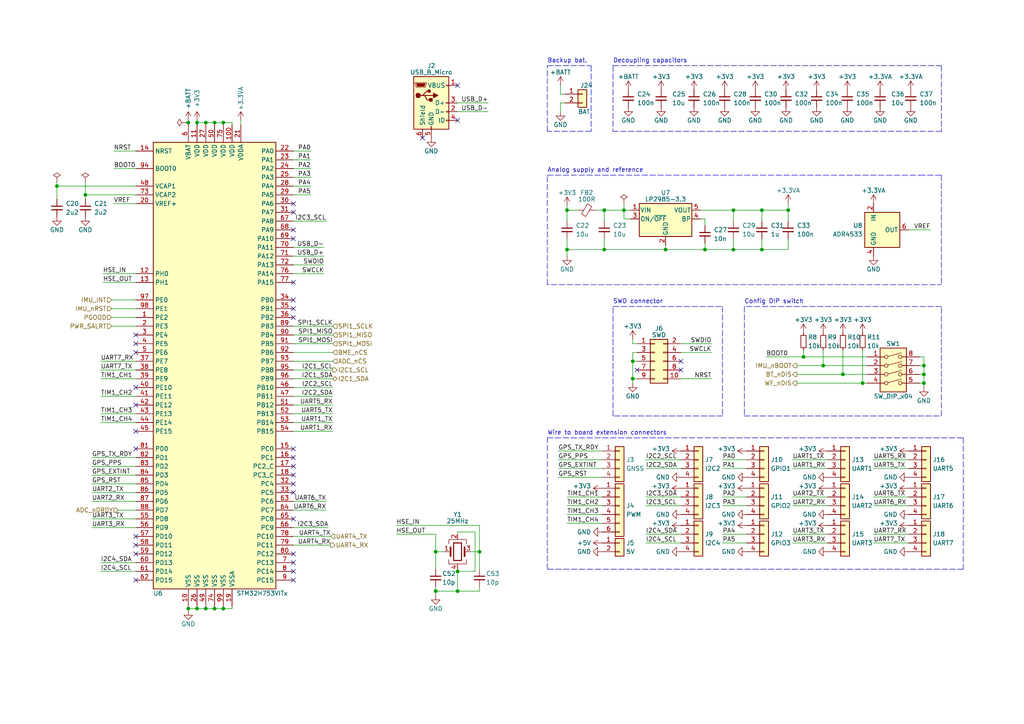
<source format=kicad_sch>
(kicad_sch (version 20211123) (generator eeschema)
  (paper "A4")
  (junction (at 57.15 35.56))
  (junction (at 212.725 60.96))
  (junction (at 267.97 108.585))
  (junction (at 244.475 108.585))
  (junction (at 132.715 165.735))
  (junction (at 267.97 106.045))
  (junction (at 180.975 60.96))
  (junction (at 267.97 111.125))
  (junction (at 238.76 106.045))
  (junction (at 16.51 53.975))
  (junction (at 64.77 176.53))
  (junction (at 175.26 72.39))
  (junction (at 220.98 72.39))
  (junction (at 212.725 72.39))
  (junction (at 62.23 35.56))
  (junction (at 164.465 60.96))
  (junction (at 175.26 60.96))
  (junction (at 183.515 104.775))
  (junction (at 126.365 171.45))
  (junction (at 164.465 72.39))
  (junction (at 233.045 103.505))
  (junction (at 54.61 176.53))
  (junction (at 204.47 72.39))
  (junction (at 220.98 60.96))
  (junction (at 24.765 56.515))
  (junction (at 193.04 72.39))
  (junction (at 57.15 176.53))
  (junction (at 139.065 160.02))
  (junction (at 250.19 111.125))
  (junction (at 64.77 35.56))
  (junction (at 228.6 60.96))
  (junction (at 183.515 109.855))
  (junction (at 54.61 35.56))
  (junction (at 126.365 160.02))
  (junction (at 59.69 176.53))
  (junction (at 59.69 35.56))
  (junction (at 132.715 171.45))
  (junction (at 62.23 176.53))
  (no_connect (at 85.09 130.175))
  (no_connect (at 85.09 92.075))
  (no_connect (at 85.09 59.055))
  (no_connect (at 85.09 61.595))
  (no_connect (at 85.09 66.675))
  (no_connect (at 85.09 69.215))
  (no_connect (at 85.09 81.915))
  (no_connect (at 85.09 142.875))
  (no_connect (at 39.37 158.115))
  (no_connect (at 85.09 135.255))
  (no_connect (at 85.09 132.715))
  (no_connect (at 132.715 24.765))
  (no_connect (at 132.715 34.925))
  (no_connect (at 197.485 104.775))
  (no_connect (at 197.485 107.315))
  (no_connect (at 184.785 107.315))
  (no_connect (at 39.37 160.655))
  (no_connect (at 85.09 163.195))
  (no_connect (at 39.37 155.575))
  (no_connect (at 85.09 140.335))
  (no_connect (at 122.555 40.005))
  (no_connect (at 85.09 150.495))
  (no_connect (at 85.09 160.655))
  (no_connect (at 85.09 168.275))
  (no_connect (at 39.37 99.695))
  (no_connect (at 85.09 89.535))
  (no_connect (at 85.09 86.995))
  (no_connect (at 85.09 137.795))
  (no_connect (at 39.37 97.155))
  (no_connect (at 39.37 102.235))
  (no_connect (at 39.37 168.275))
  (no_connect (at 39.37 112.395))
  (no_connect (at 39.37 130.175))
  (no_connect (at 39.37 125.095))
  (no_connect (at 39.37 117.475))
  (no_connect (at 85.09 165.735))
  (wire (pts (xy 54.61 176.53) (xy 57.15 176.53)))
  (polyline (pts (xy 158.75 38.1) (xy 158.75 19.05)))
  (wire (pts (xy 212.725 60.96) (xy 220.98 60.96)))
  (wire (pts (xy 197.485 102.235) (xy 206.375 102.235)))
  (wire (pts (xy 209.55 135.89) (xy 216.535 135.89)))
  (wire (pts (xy 32.385 92.075) (xy 39.37 92.075)))
  (wire (pts (xy 33.02 59.055) (xy 39.37 59.055)))
  (wire (pts (xy 32.385 94.615) (xy 39.37 94.615)))
  (wire (pts (xy 267.97 106.045) (xy 267.97 108.585)))
  (wire (pts (xy 164.465 60.96) (xy 164.465 64.135)))
  (wire (pts (xy 183.515 102.235) (xy 184.785 102.235)))
  (wire (pts (xy 212.725 72.39) (xy 220.98 72.39)))
  (polyline (pts (xy 171.45 38.1) (xy 158.75 38.1)))
  (polyline (pts (xy 158.75 127) (xy 279.4 127)))
  (wire (pts (xy 132.715 32.385) (xy 141.605 32.385)))
  (wire (pts (xy 164.465 69.215) (xy 164.465 72.39)))
  (wire (pts (xy 139.065 152.4) (xy 139.065 160.02)))
  (wire (pts (xy 182.88 63.5) (xy 180.975 63.5)))
  (polyline (pts (xy 273.05 38.1) (xy 177.8 38.1)))
  (wire (pts (xy 183.515 109.855) (xy 183.515 104.775)))
  (polyline (pts (xy 215.9 120.65) (xy 273.05 120.65)))
  (wire (pts (xy 85.09 145.415) (xy 94.615 145.415)))
  (wire (pts (xy 85.09 94.615) (xy 96.52 94.615)))
  (wire (pts (xy 132.715 165.735) (xy 132.715 171.45)))
  (wire (pts (xy 253.365 144.145) (xy 263.525 144.145)))
  (wire (pts (xy 238.76 101.6) (xy 238.76 106.045)))
  (wire (pts (xy 233.045 101.6) (xy 233.045 103.505)))
  (wire (pts (xy 29.21 104.775) (xy 39.37 104.775)))
  (wire (pts (xy 184.785 109.855) (xy 183.515 109.855)))
  (wire (pts (xy 85.09 102.235) (xy 96.52 102.235)))
  (wire (pts (xy 59.69 35.56) (xy 59.69 36.195)))
  (wire (pts (xy 85.09 120.015) (xy 96.52 120.015)))
  (wire (pts (xy 164.465 151.765) (xy 174.625 151.765)))
  (wire (pts (xy 212.725 69.215) (xy 212.725 72.39)))
  (wire (pts (xy 193.04 72.39) (xy 204.47 72.39)))
  (wire (pts (xy 67.31 176.53) (xy 67.31 175.895)))
  (wire (pts (xy 54.61 34.925) (xy 54.61 35.56)))
  (wire (pts (xy 85.09 74.295) (xy 93.98 74.295)))
  (wire (pts (xy 220.98 72.39) (xy 228.6 72.39)))
  (wire (pts (xy 29.21 114.935) (xy 39.37 114.935)))
  (wire (pts (xy 231.14 108.585) (xy 244.475 108.585)))
  (wire (pts (xy 24.765 52.705) (xy 24.765 56.515)))
  (wire (pts (xy 187.325 154.94) (xy 197.485 154.94)))
  (wire (pts (xy 164.465 146.685) (xy 174.625 146.685)))
  (wire (pts (xy 126.365 160.02) (xy 126.365 165.1)))
  (wire (pts (xy 164.465 72.39) (xy 175.26 72.39)))
  (wire (pts (xy 161.925 133.35) (xy 174.625 133.35)))
  (wire (pts (xy 229.87 144.145) (xy 240.03 144.145)))
  (wire (pts (xy 85.09 53.975) (xy 90.17 53.975)))
  (wire (pts (xy 57.15 35.56) (xy 57.15 36.195)))
  (wire (pts (xy 164.465 60.96) (xy 167.64 60.96)))
  (wire (pts (xy 183.515 109.855) (xy 183.515 111.125)))
  (wire (pts (xy 161.925 130.81) (xy 174.625 130.81)))
  (wire (pts (xy 53.975 35.56) (xy 54.61 35.56)))
  (wire (pts (xy 24.765 56.515) (xy 39.37 56.515)))
  (wire (pts (xy 187.325 157.48) (xy 197.485 157.48)))
  (wire (pts (xy 26.67 140.335) (xy 39.37 140.335)))
  (polyline (pts (xy 158.75 19.05) (xy 171.45 19.05)))
  (wire (pts (xy 16.51 52.705) (xy 16.51 53.975)))
  (wire (pts (xy 231.14 111.125) (xy 250.19 111.125)))
  (polyline (pts (xy 177.8 120.65) (xy 177.8 88.9)))
  (wire (pts (xy 26.67 135.255) (xy 39.37 135.255)))
  (polyline (pts (xy 177.8 19.05) (xy 273.05 19.05)))
  (polyline (pts (xy 215.9 88.9) (xy 215.9 120.65)))
  (wire (pts (xy 162.56 29.845) (xy 163.83 29.845)))
  (wire (pts (xy 187.325 135.89) (xy 197.485 135.89)))
  (polyline (pts (xy 158.75 50.8) (xy 266.7 50.8)))
  (wire (pts (xy 85.09 125.095) (xy 96.52 125.095)))
  (wire (pts (xy 164.465 149.225) (xy 174.625 149.225)))
  (wire (pts (xy 228.6 59.055) (xy 228.6 60.96)))
  (wire (pts (xy 209.55 154.94) (xy 216.535 154.94)))
  (wire (pts (xy 220.98 60.96) (xy 228.6 60.96)))
  (wire (pts (xy 24.765 57.785) (xy 24.765 56.515)))
  (wire (pts (xy 266.7 106.045) (xy 267.97 106.045)))
  (wire (pts (xy 229.87 154.94) (xy 240.03 154.94)))
  (wire (pts (xy 164.465 144.145) (xy 174.625 144.145)))
  (wire (pts (xy 85.09 112.395) (xy 96.52 112.395)))
  (wire (pts (xy 250.19 101.6) (xy 250.19 111.125)))
  (wire (pts (xy 183.515 99.695) (xy 184.785 99.695)))
  (polyline (pts (xy 158.75 82.55) (xy 158.75 50.8)))
  (wire (pts (xy 229.87 157.48) (xy 240.03 157.48)))
  (wire (pts (xy 62.23 35.56) (xy 62.23 36.195)))
  (wire (pts (xy 32.385 86.995) (xy 39.37 86.995)))
  (wire (pts (xy 62.23 176.53) (xy 62.23 175.895)))
  (wire (pts (xy 197.485 99.695) (xy 206.375 99.695)))
  (wire (pts (xy 228.6 64.135) (xy 228.6 60.96)))
  (wire (pts (xy 162.56 24.765) (xy 162.56 27.305)))
  (wire (pts (xy 220.98 72.39) (xy 220.98 69.215)))
  (wire (pts (xy 126.365 160.02) (xy 128.905 160.02)))
  (wire (pts (xy 139.065 165.1) (xy 139.065 160.02)))
  (wire (pts (xy 85.09 46.355) (xy 90.17 46.355)))
  (wire (pts (xy 85.09 48.895) (xy 90.17 48.895)))
  (wire (pts (xy 229.87 146.685) (xy 240.03 146.685)))
  (wire (pts (xy 57.15 176.53) (xy 57.15 175.895)))
  (wire (pts (xy 29.21 165.735) (xy 39.37 165.735)))
  (wire (pts (xy 267.97 108.585) (xy 266.7 108.585)))
  (wire (pts (xy 220.98 64.135) (xy 220.98 60.96)))
  (wire (pts (xy 187.325 144.145) (xy 197.485 144.145)))
  (wire (pts (xy 253.365 135.89) (xy 263.525 135.89)))
  (wire (pts (xy 253.365 154.94) (xy 263.525 154.94)))
  (wire (pts (xy 29.21 163.195) (xy 39.37 163.195)))
  (wire (pts (xy 26.67 153.035) (xy 39.37 153.035)))
  (wire (pts (xy 29.845 79.375) (xy 39.37 79.375)))
  (polyline (pts (xy 273.05 120.65) (xy 273.05 88.9)))
  (wire (pts (xy 26.67 137.795) (xy 39.37 137.795)))
  (wire (pts (xy 85.09 64.135) (xy 94.615 64.135)))
  (wire (pts (xy 229.87 135.89) (xy 240.03 135.89)))
  (polyline (pts (xy 158.75 165.1) (xy 158.75 127)))
  (wire (pts (xy 26.67 142.875) (xy 39.37 142.875)))
  (polyline (pts (xy 273.05 19.05) (xy 273.05 38.1)))
  (wire (pts (xy 263.525 66.675) (xy 269.875 66.675)))
  (wire (pts (xy 85.09 104.775) (xy 96.52 104.775)))
  (wire (pts (xy 132.715 165.735) (xy 132.715 165.1)))
  (wire (pts (xy 183.515 104.775) (xy 184.785 104.775)))
  (wire (pts (xy 161.925 138.43) (xy 174.625 138.43)))
  (wire (pts (xy 132.715 171.45) (xy 139.065 171.45)))
  (wire (pts (xy 69.85 34.925) (xy 69.85 36.195)))
  (wire (pts (xy 193.04 71.12) (xy 193.04 72.39)))
  (wire (pts (xy 267.97 111.125) (xy 266.7 111.125)))
  (wire (pts (xy 180.975 63.5) (xy 180.975 60.96)))
  (wire (pts (xy 85.09 79.375) (xy 93.98 79.375)))
  (wire (pts (xy 183.515 98.425) (xy 183.515 99.695)))
  (wire (pts (xy 187.325 133.35) (xy 197.485 133.35)))
  (wire (pts (xy 26.67 150.495) (xy 39.37 150.495)))
  (wire (pts (xy 59.69 176.53) (xy 59.69 175.895)))
  (wire (pts (xy 266.7 103.505) (xy 267.97 103.505)))
  (wire (pts (xy 209.55 157.48) (xy 216.535 157.48)))
  (wire (pts (xy 16.51 53.975) (xy 39.37 53.975)))
  (wire (pts (xy 132.715 154.305) (xy 132.715 154.94)))
  (wire (pts (xy 222.25 103.505) (xy 233.045 103.505)))
  (wire (pts (xy 64.77 36.195) (xy 64.77 35.56)))
  (wire (pts (xy 67.31 36.195) (xy 67.31 35.56)))
  (wire (pts (xy 253.365 146.685) (xy 263.525 146.685)))
  (wire (pts (xy 34.29 147.955) (xy 39.37 147.955)))
  (wire (pts (xy 85.09 76.835) (xy 93.98 76.835)))
  (polyline (pts (xy 209.55 88.9) (xy 209.55 120.65)))
  (polyline (pts (xy 266.7 50.8) (xy 273.05 50.8)))
  (wire (pts (xy 85.09 107.315) (xy 96.52 107.315)))
  (wire (pts (xy 187.325 146.685) (xy 197.485 146.685)))
  (wire (pts (xy 62.23 176.53) (xy 64.77 176.53)))
  (wire (pts (xy 204.47 70.485) (xy 204.47 72.39)))
  (wire (pts (xy 85.09 153.035) (xy 95.25 153.035)))
  (wire (pts (xy 267.97 112.395) (xy 267.97 111.125)))
  (polyline (pts (xy 209.55 120.65) (xy 177.8 120.65)))
  (polyline (pts (xy 267.335 82.55) (xy 273.05 82.55)))
  (wire (pts (xy 29.845 81.915) (xy 39.37 81.915)))
  (wire (pts (xy 64.77 176.53) (xy 67.31 176.53)))
  (wire (pts (xy 29.21 120.015) (xy 39.37 120.015)))
  (wire (pts (xy 85.09 114.935) (xy 96.52 114.935)))
  (wire (pts (xy 114.935 154.94) (xy 126.365 154.94)))
  (polyline (pts (xy 273.05 50.8) (xy 273.05 82.55)))
  (wire (pts (xy 85.09 43.815) (xy 90.17 43.815)))
  (polyline (pts (xy 177.8 88.9) (xy 209.55 88.9)))
  (polyline (pts (xy 279.4 165.1) (xy 158.75 165.1)))
  (wire (pts (xy 85.09 71.755) (xy 93.98 71.755)))
  (wire (pts (xy 161.925 135.89) (xy 174.625 135.89)))
  (wire (pts (xy 203.2 60.96) (xy 212.725 60.96)))
  (wire (pts (xy 59.69 176.53) (xy 62.23 176.53)))
  (wire (pts (xy 209.55 146.685) (xy 216.535 146.685)))
  (wire (pts (xy 85.09 147.955) (xy 94.615 147.955)))
  (wire (pts (xy 162.56 32.385) (xy 162.56 29.845)))
  (wire (pts (xy 126.365 171.45) (xy 126.365 172.72)))
  (wire (pts (xy 175.26 60.96) (xy 180.975 60.96)))
  (wire (pts (xy 26.67 145.415) (xy 39.37 145.415)))
  (wire (pts (xy 250.19 111.125) (xy 251.46 111.125)))
  (wire (pts (xy 162.56 27.305) (xy 163.83 27.305)))
  (wire (pts (xy 209.55 144.145) (xy 216.535 144.145)))
  (wire (pts (xy 54.61 176.53) (xy 54.61 177.165)))
  (wire (pts (xy 137.795 154.305) (xy 137.795 165.735)))
  (wire (pts (xy 244.475 108.585) (xy 251.46 108.585)))
  (polyline (pts (xy 273.05 88.9) (xy 215.9 88.9)))
  (wire (pts (xy 164.465 72.39) (xy 164.465 74.295)))
  (wire (pts (xy 59.69 35.56) (xy 62.23 35.56)))
  (wire (pts (xy 64.77 176.53) (xy 64.77 175.895)))
  (wire (pts (xy 29.21 122.555) (xy 39.37 122.555)))
  (wire (pts (xy 85.09 109.855) (xy 96.52 109.855)))
  (wire (pts (xy 126.365 171.45) (xy 126.365 170.18)))
  (wire (pts (xy 85.09 56.515) (xy 90.17 56.515)))
  (wire (pts (xy 203.2 63.5) (xy 204.47 63.5)))
  (wire (pts (xy 175.26 69.215) (xy 175.26 72.39)))
  (wire (pts (xy 139.065 160.02) (xy 136.525 160.02)))
  (wire (pts (xy 26.67 132.715) (xy 39.37 132.715)))
  (wire (pts (xy 33.02 48.895) (xy 39.37 48.895)))
  (wire (pts (xy 57.15 34.925) (xy 57.15 35.56)))
  (wire (pts (xy 85.09 99.695) (xy 96.52 99.695)))
  (wire (pts (xy 95.885 155.575) (xy 85.09 155.575)))
  (wire (pts (xy 139.065 171.45) (xy 139.065 170.18)))
  (wire (pts (xy 229.87 133.35) (xy 240.03 133.35)))
  (wire (pts (xy 212.725 60.96) (xy 212.725 64.135)))
  (wire (pts (xy 228.6 72.39) (xy 228.6 69.215)))
  (wire (pts (xy 57.15 176.53) (xy 59.69 176.53)))
  (wire (pts (xy 183.515 104.775) (xy 183.515 102.235)))
  (wire (pts (xy 180.975 60.96) (xy 182.88 60.96)))
  (wire (pts (xy 209.55 133.35) (xy 216.535 133.35)))
  (wire (pts (xy 54.61 35.56) (xy 54.61 36.195)))
  (wire (pts (xy 132.715 171.45) (xy 126.365 171.45)))
  (wire (pts (xy 32.385 89.535) (xy 39.37 89.535)))
  (wire (pts (xy 132.715 154.305) (xy 137.795 154.305)))
  (polyline (pts (xy 177.8 19.05) (xy 177.8 38.1)))
  (polyline (pts (xy 266.7 82.55) (xy 158.75 82.55)))
  (wire (pts (xy 85.09 51.435) (xy 90.17 51.435)))
  (wire (pts (xy 57.15 35.56) (xy 59.69 35.56)))
  (wire (pts (xy 175.26 60.96) (xy 175.26 64.135)))
  (wire (pts (xy 180.975 59.055) (xy 180.975 60.96)))
  (wire (pts (xy 33.02 43.815) (xy 39.37 43.815)))
  (wire (pts (xy 244.475 101.6) (xy 244.475 108.585)))
  (wire (pts (xy 67.31 35.56) (xy 64.77 35.56)))
  (wire (pts (xy 175.26 72.39) (xy 193.04 72.39)))
  (wire (pts (xy 85.09 97.155) (xy 96.52 97.155)))
  (wire (pts (xy 233.045 103.505) (xy 251.46 103.505)))
  (wire (pts (xy 267.97 103.505) (xy 267.97 106.045)))
  (wire (pts (xy 126.365 154.94) (xy 126.365 160.02)))
  (wire (pts (xy 238.76 106.045) (xy 251.46 106.045)))
  (polyline (pts (xy 171.45 19.05) (xy 171.45 38.1)))
  (wire (pts (xy 85.09 122.555) (xy 96.52 122.555)))
  (wire (pts (xy 137.795 165.735) (xy 132.715 165.735)))
  (wire (pts (xy 29.21 107.315) (xy 39.37 107.315)))
  (wire (pts (xy 253.365 133.35) (xy 263.525 133.35)))
  (wire (pts (xy 204.47 72.39) (xy 212.725 72.39)))
  (wire (pts (xy 132.715 29.845) (xy 141.605 29.845)))
  (wire (pts (xy 197.485 109.855) (xy 206.375 109.855)))
  (wire (pts (xy 16.51 57.785) (xy 16.51 53.975)))
  (wire (pts (xy 114.935 152.4) (xy 139.065 152.4)))
  (wire (pts (xy 172.72 60.96) (xy 175.26 60.96)))
  (wire (pts (xy 164.465 59.69) (xy 164.465 60.96)))
  (wire (pts (xy 95.885 158.115) (xy 85.09 158.115)))
  (wire (pts (xy 64.77 35.56) (xy 62.23 35.56)))
  (wire (pts (xy 29.21 109.855) (xy 39.37 109.855)))
  (wire (pts (xy 231.14 106.045) (xy 238.76 106.045)))
  (wire (pts (xy 204.47 63.5) (xy 204.47 65.405)))
  (polyline (pts (xy 279.4 127) (xy 279.4 165.1)))
  (wire (pts (xy 267.97 111.125) (xy 267.97 108.585)))
  (wire (pts (xy 54.61 175.895) (xy 54.61 176.53)))
  (wire (pts (xy 85.09 117.475) (xy 96.52 117.475)))
  (wire (pts (xy 253.365 157.48) (xy 263.525 157.48)))
  (text "Backup bat." (at 158.75 18.415 0) (effects (font (size 1.27 1.27)) (justify left bottom)))
  (text "Wire to board extension connectors" (at 158.75 126.365 0) (effects (font (size 1.27 1.27)) (justify left bottom)))
  (text "Config DIP switch" (at 215.9 88.265 0) (effects (font (size 1.27 1.27)) (justify left bottom)))
  (text "Analog supply and reference" (at 158.75 50.165 0) (effects (font (size 1.27 1.27)) (justify left bottom)))
  (text "SWD connector" (at 177.8 88.265 0) (effects (font (size 1.27 1.27)) (justify left bottom)))
  (text "Decoupling capacitors" (at 177.8 18.415 0) (effects (font (size 1.27 1.27)) (justify left bottom)))
  (label "UART4_RX" (at 95.885 158.115 180))
  (label "TIM1_CH3" (at 164.465 149.225 0))
  (label "UART1_RX" (at 229.87 135.89 0))
  (label "I2C4_SDA" (at 29.21 163.195 0))
  (label "USB_D-" (at 93.98 71.755 180))
  (label "USB_D+" (at 93.98 74.295 180))
  (label "TIM1_CH2" (at 29.21 114.935 0))
  (label "UART1_TX" (at 229.87 133.35 0))
  (label "GPS_PPS" (at 161.925 133.35 0))
  (label "UART2_TX" (at 26.67 142.875 0))
  (label "TIM1_CH3" (at 29.21 120.015 0))
  (label "I2C3_SCL" (at 94.615 64.135 180))
  (label "GPS_PPS" (at 26.67 135.255 0))
  (label "BOOT0" (at 33.02 48.895 0))
  (label "GPS_EXTINT" (at 26.67 137.795 0))
  (label "PA0" (at 209.55 133.35 0))
  (label "UART3_RX" (at 26.67 153.035 0))
  (label "PA1" (at 209.55 135.89 0))
  (label "HSE_OUT" (at 114.935 154.94 0))
  (label "I2C1_SCL" (at 96.52 107.315 180))
  (label "PA4" (at 90.17 53.975 180))
  (label "I2C1_SDA" (at 96.52 109.855 180))
  (label "USB_D+" (at 141.605 29.845 180))
  (label "BOOT0" (at 222.25 103.505 0))
  (label "I2C3_SCL" (at 187.325 146.685 0))
  (label "TIM1_CH4" (at 29.21 122.555 0))
  (label "UART6_RX" (at 94.615 147.955 180))
  (label "UART5_TX" (at 96.52 120.015 180))
  (label "UART3_RX" (at 229.87 157.48 0))
  (label "UART5_RX" (at 253.365 133.35 0))
  (label "GPS_RST" (at 26.67 140.335 0))
  (label "UART7_TX" (at 29.21 107.315 0))
  (label "SPI1_SCLK" (at 96.52 94.615 180))
  (label "UART1_RX" (at 96.52 125.095 180))
  (label "UART2_RX" (at 229.87 146.685 0))
  (label "SWDIO" (at 93.98 76.835 180))
  (label "I2C2_SDA" (at 96.52 114.935 180))
  (label "I2C2_SCL" (at 96.52 112.395 180))
  (label "UART6_TX" (at 94.615 145.415 180))
  (label "UART5_TX" (at 253.365 135.89 0))
  (label "PA1" (at 90.17 46.355 180))
  (label "UART6_TX" (at 253.365 144.145 0))
  (label "I2C2_SCL" (at 187.325 133.35 0))
  (label "UART2_RX" (at 26.67 145.415 0))
  (label "TIM1_CH2" (at 164.465 146.685 0))
  (label "I2C4_SCL" (at 187.325 157.48 0))
  (label "PA2" (at 209.55 144.145 0))
  (label "USB_D-" (at 141.605 32.385 180))
  (label "HSE_IN" (at 114.935 152.4 0))
  (label "I2C2_SDA" (at 187.325 135.89 0))
  (label "GPS_EXTINT" (at 161.925 135.89 0))
  (label "GPS_TX_RDY" (at 161.925 130.81 0))
  (label "SWDIO" (at 206.375 99.695 180))
  (label "HSE_IN" (at 29.845 79.375 0))
  (label "UART7_RX" (at 253.365 154.94 0))
  (label "UART6_RX" (at 253.365 146.685 0))
  (label "SPI1_MISO" (at 96.52 97.155 180))
  (label "SPI1_MOSI" (at 96.52 99.695 180))
  (label "I2C4_SDA" (at 187.325 154.94 0))
  (label "UART3_TX" (at 229.87 154.94 0))
  (label "TIM1_CH4" (at 164.465 151.765 0))
  (label "SWCLK" (at 206.375 102.235 180))
  (label "UART7_RX" (at 29.21 104.775 0))
  (label "TIM1_CH1" (at 164.465 144.145 0))
  (label "PA0" (at 90.17 43.815 180))
  (label "PA5" (at 209.55 157.48 0))
  (label "UART2_TX" (at 229.87 144.145 0))
  (label "PA5" (at 90.17 56.515 180))
  (label "GPS_TX_RDY" (at 26.67 132.715 0))
  (label "UART4_TX" (at 95.885 155.575 180))
  (label "VREF" (at 33.02 59.055 0))
  (label "UART1_TX" (at 96.52 122.555 180))
  (label "GPS_RST" (at 161.925 138.43 0))
  (label "PA3" (at 209.55 146.685 0))
  (label "UART3_TX" (at 26.67 150.495 0))
  (label "NRST" (at 206.375 109.855 180))
  (label "I2C3_SDA" (at 187.325 144.145 0))
  (label "PA2" (at 90.17 48.895 180))
  (label "I2C4_SCL" (at 29.21 165.735 0))
  (label "PA3" (at 90.17 51.435 180))
  (label "I2C3_SDA" (at 95.25 153.035 180))
  (label "TIM1_CH1" (at 29.21 109.855 0))
  (label "UART5_RX" (at 96.52 117.475 180))
  (label "HSE_OUT" (at 29.845 81.915 0))
  (label "UART7_TX" (at 253.365 157.48 0))
  (label "NRST" (at 33.02 43.815 0))
  (label "VREF" (at 269.875 66.675 180))
  (label "PA4" (at 209.55 154.94 0))
  (label "SWCLK" (at 93.98 79.375 180))
  (hierarchical_label "IMU_INT" (shape input) (at 32.385 86.995 180))
  (hierarchical_label "PGOOD" (shape input) (at 32.385 92.075 180))
  (hierarchical_label "WF_nDIS" (shape output) (at 231.14 111.125 180))
  (hierarchical_label "ADC_nCS" (shape input) (at 96.52 104.775 0))
  (hierarchical_label "SPI1_MISO" (shape input) (at 96.52 97.155 0))
  (hierarchical_label "BT_nDIS" (shape output) (at 231.14 108.585 180))
  (hierarchical_label "IMU_nBOOT" (shape output) (at 231.14 106.045 180))
  (hierarchical_label "UART4_TX" (shape input) (at 95.885 155.575 0))
  (hierarchical_label "UART4_RX" (shape output) (at 95.885 158.115 0))
  (hierarchical_label "ADC_nDRDY" (shape input) (at 34.29 147.955 180))
  (hierarchical_label "SPI1_MOSI" (shape input) (at 96.52 99.695 0))
  (hierarchical_label "PWR_SALRT" (shape input) (at 32.385 94.615 180))
  (hierarchical_label "SPI1_SCLK" (shape input) (at 96.52 94.615 0))
  (hierarchical_label "I2C1_SDA" (shape bidirectional) (at 96.52 109.855 0))
  (hierarchical_label "I2C1_SCL" (shape output) (at 96.52 107.315 0))
  (hierarchical_label "BME_nCS" (shape input) (at 96.52 102.235 0))
  (hierarchical_label "IMU_nRST" (shape input) (at 32.385 89.535 180))
  (symbol (lib_id "power:+3.3VA") (at 228.6 59.055 0) (unit 1)
    (property "Reference" "#PWR0153" (effects hide))
    (property "Value" "+3.3VA" (at 228.6 55.245 0))
  )
  (symbol (lib_id "Connector_Generic:Conn_01x04") (at 245.11 133.35 0) (unit 1)
    (property "Reference" "J13" (at 247.015 133.35 0) (effects (justify left)))
    (property "Value" "UART1" (at 247.015 135.89 0) (effects (justify left)))
    (property "Footprint" "Connector_Molex:Molex_PicoBlade_53048-0410_1x04_P1.25mm_Horizontal" (effects hide))
  )
  (symbol (lib_id "power:PWR_FLAG") (at 180.975 59.055 0) (unit 1)
    (property "Reference" "#FLG0104" (effects hide))
    (property "Value" "PWR_FLAG" (effects hide))
  )
  (symbol (lib_id "Connector_Generic:Conn_01x04") (at 221.615 133.35 0) (unit 1)
    (property "Reference" "J10" (at 223.52 133.35 0) (effects (justify left)))
    (property "Value" "GPIO1" (at 223.52 135.89 0) (effects (justify left)))
    (property "Footprint" "Connector_Molex:Molex_PicoBlade_53048-0410_1x04_P1.25mm_Horizontal" (effects hide))
  )
  (symbol (lib_id "power:GND") (at 216.535 149.225 270) (unit 1)
    (property "Reference" "#PWR017" (effects hide))
    (property "Value" "GND" (at 213.36 149.225 90) (effects (justify right)))
  )
  (symbol (lib_id "Device:C_Small") (at 210.185 28.575 0) (unit 1)
    (property "Reference" "C28" (at 212.725 27.3112 0) (effects (justify left)))
    (property "Value" "100n" (at 212.725 29.8512 0) (effects (justify left)))
    (property "Footprint" "Capacitor_SMD:C_0603_1608Metric_Pad1.08x0.95mm_HandSolder" (effects hide))
  )
  (symbol (lib_id "Connector_Generic:Conn_01x04") (at 268.605 154.94 0) (unit 1)
    (property "Reference" "J18" (at 270.51 154.94 0) (effects (justify left)))
    (property "Value" "UART7" (at 270.51 157.48 0) (effects (justify left)))
    (property "Footprint" "Connector_Molex:Molex_PicoBlade_53048-0410_1x04_P1.25mm_Horizontal" (effects hide))
  )
  (symbol (lib_id "Device:C_Small") (at 182.245 28.575 0) (unit 1)
    (property "Reference" "C24" (at 184.785 27.3112 0) (effects (justify left)))
    (property "Value" "100n" (at 184.785 29.8512 0) (effects (justify left)))
    (property "Footprint" "Capacitor_SMD:C_0603_1608Metric_Pad1.08x0.95mm_HandSolder" (effects hide))
  )
  (symbol (lib_id "Device:Crystal_GND24") (at 132.715 160.02 0) (unit 1)
    (property "Reference" "Y1" (at 132.715 149.225 0))
    (property "Value" "25MHz" (at 132.715 151.13 0))
    (property "Footprint" "Crystal:Crystal_SMD_3225-4Pin_3.2x2.5mm_HandSoldering" (effects hide))
  )
  (symbol (lib_id "power:+5V") (at 174.625 157.48 90) (unit 1)
    (property "Reference" "#PWR04" (effects hide))
    (property "Value" "+5V" (at 171.45 157.4799 90) (effects (justify left)))
  )
  (symbol (lib_id "Regulator_Linear:LP2985-3.3") (at 193.04 63.5 0) (unit 1)
    (property "Reference" "U7" (at 193.04 55.88 0))
    (property "Value" "LP2985-3.3" (at 193.04 57.785 0))
    (property "Footprint" "Package_TO_SOT_SMD:SOT-23-5" (effects hide))
    (property "Datasheet" "http://www.ti.com/lit/ds/symlink/lp2985.pdf" (effects hide))
  )
  (symbol (lib_id "power:+3.3VA") (at 253.365 59.055 0) (unit 1)
    (property "Reference" "#PWR0152" (effects hide))
    (property "Value" "+3.3VA" (at 253.365 55.245 0))
  )
  (symbol (lib_id "power:+BATT") (at 54.61 34.925 0) (unit 1)
    (property "Reference" "#PWR0121" (effects hide))
    (property "Value" "+BATT" (at 54.61 28.575 90))
  )
  (symbol (lib_id "power:GND") (at 182.245 31.115 0) (unit 1)
    (property "Reference" "#PWR0138" (effects hide))
    (property "Value" "GND" (at 182.245 34.925 0))
  )
  (symbol (lib_id "Connector_Generic:Conn_01x04") (at 268.605 133.35 0) (unit 1)
    (property "Reference" "J16" (at 270.51 133.35 0) (effects (justify left)))
    (property "Value" "UART5" (at 270.51 135.89 0) (effects (justify left)))
    (property "Footprint" "Connector_Molex:Molex_PicoBlade_53048-0410_1x04_P1.25mm_Horizontal" (effects hide))
  )
  (symbol (lib_id "power:+3.3V") (at 263.525 130.81 90) (unit 1)
    (property "Reference" "#PWR030" (effects hide))
    (property "Value" "+3.3V" (at 260.35 130.175 90) (effects (justify left)))
  )
  (symbol (lib_id "Connector_Generic:Conn_01x02") (at 179.705 157.48 0) (unit 1)
    (property "Reference" "J5" (at 181.61 157.48 0) (effects (justify left)))
    (property "Value" "5V" (at 181.61 160.02 0) (effects (justify left)))
    (property "Footprint" "Connector_Molex:Molex_PicoBlade_53048-0210_1x02_P1.25mm_Horizontal" (effects hide))
  )
  (symbol (lib_id "power:GND") (at 191.77 31.115 0) (unit 1)
    (property "Reference" "#PWR0137" (effects hide))
    (property "Value" "GND" (at 191.77 34.925 0))
  )
  (symbol (lib_id "power:+3.3V") (at 210.185 26.035 0) (unit 1)
    (property "Reference" "#PWR0129" (effects hide))
    (property "Value" "+3.3V" (at 210.185 22.225 0))
  )
  (symbol (lib_id "power:+3.3V") (at 216.535 152.4 90) (unit 1)
    (property "Reference" "#PWR018" (effects hide))
    (property "Value" "+3.3V" (at 213.36 151.765 90) (effects (justify left)))
  )
  (symbol (lib_id "Device:R_Small") (at 238.76 99.06 0) (unit 1)
    (property "Reference" "R9" (at 240.03 97.79 0) (effects (justify left)))
    (property "Value" "10k" (at 240.03 100.33 0) (effects (justify left)))
    (property "Footprint" "Resistor_SMD:R_0603_1608Metric_Pad0.98x0.95mm_HandSolder" (effects hide))
  )
  (symbol (lib_id "power:+3.3V") (at 191.77 26.035 0) (unit 1)
    (property "Reference" "#PWR0131" (effects hide))
    (property "Value" "+3.3V" (at 191.77 22.225 0))
  )
  (symbol (lib_id "power:+3.3V") (at 263.525 141.605 90) (unit 1)
    (property "Reference" "#PWR032" (effects hide))
    (property "Value" "+3.3V" (at 260.35 140.97 90) (effects (justify left)))
  )
  (symbol (lib_id "power:+3.3V") (at 183.515 98.425 0) (unit 1)
    (property "Reference" "#PWR06" (effects hide))
    (property "Value" "+3.3V" (at 183.515 94.615 0))
  )
  (symbol (lib_id "Switch:SW_DIP_x04") (at 259.08 108.585 0) (unit 1)
    (property "Reference" "SW1" (at 259.08 99.695 0))
    (property "Value" "SW_DIP_x04" (at 259.08 114.935 0))
    (property "Footprint" "Button_Switch_SMD:SW_DIP_SPSTx04_Slide_Omron_A6H-4101_W6.15mm_P1.27mm" (effects hide))
  )
  (symbol (lib_id "power:+3.3VA") (at 69.85 34.925 0) (unit 1)
    (property "Reference" "#PWR0125" (effects hide))
    (property "Value" "+3.3VA" (at 69.85 28.575 90))
  )
  (symbol (lib_id "power:GND") (at 210.185 31.115 0) (unit 1)
    (property "Reference" "#PWR0134" (effects hide))
    (property "Value" "GND" (at 210.185 34.925 0))
  )
  (symbol (lib_id "power:+3.3V") (at 219.075 26.035 0) (unit 1)
    (property "Reference" "#PWR0128" (effects hide))
    (property "Value" "+3.3V" (at 219.075 22.225 0))
  )
  (symbol (lib_id "power:+3.3VA") (at 255.27 26.035 0) (unit 1)
    (property "Reference" "#PWR0145" (effects hide))
    (property "Value" "+3.3VA" (at 255.27 22.225 0))
  )
  (symbol (lib_id "Device:FerriteBead_Small") (at 170.18 60.96 90) (unit 1)
    (property "Reference" "FB2" (at 170.18 55.88 90))
    (property "Value" "100R" (at 170.18 57.785 90))
    (property "Footprint" "Inductor_SMD:L_0603_1608Metric_Pad1.05x0.95mm_HandSolder" (effects hide))
  )
  (symbol (lib_id "power:GND") (at 197.485 160.02 270) (unit 1)
    (property "Reference" "#PWR013" (effects hide))
    (property "Value" "GND" (at 194.31 160.02 90) (effects (justify right)))
  )
  (symbol (lib_id "power:GND") (at 219.075 31.115 0) (unit 1)
    (property "Reference" "#PWR0135" (effects hide))
    (property "Value" "GND" (at 219.075 34.925 0))
  )
  (symbol (lib_id "power:GND") (at 263.525 160.02 270) (unit 1)
    (property "Reference" "#PWR035" (effects hide))
    (property "Value" "GND" (at 260.35 160.02 90) (effects (justify right)))
  )
  (symbol (lib_id "power:GND") (at 54.61 177.165 0) (unit 1)
    (property "Reference" "#PWR0126" (effects hide))
    (property "Value" "GND" (at 54.61 180.975 0))
  )
  (symbol (lib_id "power:GND") (at 245.745 31.115 0) (unit 1)
    (property "Reference" "#PWR0150" (effects hide))
    (property "Value" "GND" (at 245.745 34.925 0))
  )
  (symbol (lib_id "power:GND") (at 197.485 149.225 270) (unit 1)
    (property "Reference" "#PWR011" (effects hide))
    (property "Value" "GND" (at 194.31 149.225 90) (effects (justify right)))
  )
  (symbol (lib_id "power:GND") (at 201.295 31.115 0) (unit 1)
    (property "Reference" "#PWR0133" (effects hide))
    (property "Value" "GND" (at 201.295 34.925 0))
  )
  (symbol (lib_id "Device:R_Small") (at 244.475 99.06 0) (unit 1)
    (property "Reference" "R10" (at 245.745 97.79 0) (effects (justify left)))
    (property "Value" "10k" (at 245.745 100.33 0) (effects (justify left)))
    (property "Footprint" "Resistor_SMD:R_0603_1608Metric_Pad0.98x0.95mm_HandSolder" (effects hide))
  )
  (symbol (lib_id "power:GND") (at 183.515 111.125 0) (unit 1)
    (property "Reference" "#PWR07" (effects hide))
    (property "Value" "GND" (at 183.515 114.935 0))
  )
  (symbol (lib_id "power:GND") (at 267.97 112.395 0) (unit 1)
    (property "Reference" "#PWR036" (effects hide))
    (property "Value" "GND" (at 267.97 116.205 0))
  )
  (symbol (lib_id "Connector:USB_B_Micro") (at 125.095 29.845 0) (unit 1)
    (property "Reference" "J2" (at 125.095 19.05 0))
    (property "Value" "USB_B_Micro" (at 125.095 20.955 0))
    (property "Footprint" "Connector_USB:USB_Micro-B_Molex-105017-0001" (effects hide))
  )
  (symbol (lib_id "power:+3.3V") (at 238.76 96.52 0) (unit 1)
    (property "Reference" "#PWR021" (effects hide))
    (property "Value" "+3.3V" (at 238.76 92.71 0))
  )
  (symbol (lib_id "Reference_Voltage:ADR4533") (at 255.905 66.675 0) (unit 1)
    (property "Reference" "U8" (at 250.19 65.405 0) (effects (justify right)))
    (property "Value" "ADR4533" (at 250.19 67.945 0) (effects (justify right)))
    (property "Footprint" "Package_SO:SOIC-8_3.9x4.9mm_P1.27mm" (effects hide))
    (property "Datasheet" "https://www.analog.com/media/en/technical-documentation/data-sheets/ADR4520_4525_4530_4533_4540_4550.pdf" (effects hide))
  )
  (symbol (lib_id "power:+3.3V") (at 197.485 152.4 90) (unit 1)
    (property "Reference" "#PWR012" (effects hide))
    (property "Value" "+3.3V" (at 194.31 151.765 90) (effects (justify left)))
  )
  (symbol (lib_id "power:GND") (at 174.625 160.02 270) (unit 1)
    (property "Reference" "#PWR05" (effects hide))
    (property "Value" "GND" (at 171.45 160.02 90) (effects (justify right)))
  )
  (symbol (lib_id "power:+3.3VA") (at 264.16 26.035 0) (unit 1)
    (property "Reference" "#PWR0148" (effects hide))
    (property "Value" "+3.3VA" (at 264.16 22.225 0))
  )
  (symbol (lib_id "Device:C_Small") (at 212.725 66.675 0) (unit 1)
    (property "Reference" "C29" (at 215.265 65.4112 0) (effects (justify left)))
    (property "Value" "10u" (at 215.265 67.9512 0) (effects (justify left)))
    (property "Footprint" "Capacitor_SMD:C_0603_1608Metric_Pad1.08x0.95mm_HandSolder" (effects hide))
  )
  (symbol (lib_id "power:PWR_FLAG") (at 24.765 52.705 0) (unit 1)
    (property "Reference" "#FLG02" (effects hide))
    (property "Value" "PWR_FLAG" (effects hide))
  )
  (symbol (lib_id "Connector_Generic:Conn_01x04") (at 202.565 154.94 0) (unit 1)
    (property "Reference" "J9" (at 204.47 154.94 0) (effects (justify left)))
    (property "Value" "I2C4" (at 204.47 157.48 0) (effects (justify left)))
    (property "Footprint" "Connector_Molex:Molex_PicoBlade_53048-0410_1x04_P1.25mm_Horizontal" (effects hide))
  )
  (symbol (lib_id "power:GND") (at 125.095 40.005 0) (unit 1)
    (property "Reference" "#PWR01" (effects hide))
    (property "Value" "GND" (at 125.095 43.815 0))
  )
  (symbol (lib_id "power:GND") (at 227.965 31.115 0) (unit 1)
    (property "Reference" "#PWR0142" (effects hide))
    (property "Value" "GND" (at 227.965 34.925 0))
  )
  (symbol (lib_id "Device:C_Small") (at 139.065 167.64 0) (unit 1)
    (property "Reference" "C53" (at 140.97 166.37 0) (effects (justify left)))
    (property "Value" "10p" (at 140.97 168.91 0) (effects (justify left)))
    (property "Footprint" "Capacitor_SMD:C_0603_1608Metric_Pad1.08x0.95mm_HandSolder" (effects hide))
  )
  (symbol (lib_id "power:GND") (at 216.535 138.43 270) (unit 1)
    (property "Reference" "#PWR015" (effects hide))
    (property "Value" "GND" (at 213.36 138.43 90) (effects (justify right)))
  )
  (symbol (lib_id "power:+3.3V") (at 174.625 141.605 90) (unit 1)
    (property "Reference" "#PWR02" (effects hide))
    (property "Value" "+3.3V" (at 171.45 140.97 90) (effects (justify left)))
  )
  (symbol (lib_id "power:+BATT") (at 182.245 26.035 0) (unit 1)
    (property "Reference" "#PWR0130" (effects hide))
    (property "Value" "+BATT" (at 182.245 22.225 0))
  )
  (symbol (lib_id "Connector_Generic:Conn_01x04") (at 221.615 144.145 0) (unit 1)
    (property "Reference" "J11" (at 223.52 144.145 0) (effects (justify left)))
    (property "Value" "GPIO2" (at 223.52 146.685 0) (effects (justify left)))
    (property "Footprint" "Connector_Molex:Molex_PicoBlade_53048-0410_1x04_P1.25mm_Horizontal" (effects hide))
  )
  (symbol (lib_id "Device:C_Small") (at 191.77 28.575 0) (unit 1)
    (property "Reference" "C25" (at 194.945 27.3112 0) (effects (justify left)))
    (property "Value" "10u" (at 194.945 29.8512 0) (effects (justify left)))
    (property "Footprint" "Capacitor_SMD:C_0603_1608Metric_Pad1.08x0.95mm_HandSolder" (effects hide))
  )
  (symbol (lib_id "power:GND") (at 253.365 74.295 0) (unit 1)
    (property "Reference" "#PWR0151" (effects hide))
    (property "Value" "GND" (at 253.365 78.105 0))
  )
  (symbol (lib_id "power:+3.3V") (at 201.295 26.035 0) (unit 1)
    (property "Reference" "#PWR0132" (effects hide))
    (property "Value" "+3.3V" (at 201.295 22.225 0))
  )
  (symbol (lib_id "power:+BATT") (at 162.56 24.765 0) (unit 1)
    (property "Reference" "#PWR0140" (effects hide))
    (property "Value" "+BATT" (at 162.56 20.955 0))
  )
  (symbol (lib_id "power:+3.3V") (at 57.15 34.925 0) (unit 1)
    (property "Reference" "#PWR0122" (effects hide))
    (property "Value" "+3.3V" (at 57.15 28.575 90))
  )
  (symbol (lib_id "power:GND") (at 16.51 62.865 0) (unit 1)
    (property "Reference" "#PWR0123" (effects hide))
    (property "Value" "GND" (at 16.51 66.675 0))
  )
  (symbol (lib_id "power:+3.3V") (at 197.485 130.81 90) (unit 1)
    (property "Reference" "#PWR08" (effects hide))
    (property "Value" "+3.3V" (at 194.31 130.175 90) (effects (justify left)))
  )
  (symbol (lib_id "power:GND") (at 174.625 154.305 270) (unit 1)
    (property "Reference" "#PWR03" (effects hide))
    (property "Value" "GND" (at 171.45 154.305 90) (effects (justify right)))
  )
  (symbol (lib_id "Device:C_Small") (at 227.965 28.575 0) (unit 1)
    (property "Reference" "C32" (at 230.505 27.3112 0) (effects (justify left)))
    (property "Value" "100n" (at 230.505 29.8512 0) (effects (justify left)))
    (property "Footprint" "Capacitor_SMD:C_0603_1608Metric_Pad1.08x0.95mm_HandSolder" (effects hide))
  )
  (symbol (lib_id "Device:C_Small") (at 236.855 28.575 0) (unit 1)
    (property "Reference" "C34" (at 239.395 27.3112 0) (effects (justify left)))
    (property "Value" "100n" (at 239.395 29.8512 0) (effects (justify left)))
    (property "Footprint" "Capacitor_SMD:C_0603_1608Metric_Pad1.08x0.95mm_HandSolder" (effects hide))
  )
  (symbol (lib_id "Connector_Generic:Conn_02x05_Odd_Even") (at 189.865 104.775 0) (unit 1)
    (property "Reference" "J6" (at 191.135 95.25 0))
    (property "Value" "SWD" (at 191.135 97.155 0))
    (property "Footprint" "Connector_PinHeader_1.27mm:PinHeader_2x05_P1.27mm_Vertical_SMD" (effects hide))
  )
  (symbol (lib_id "power:+3.3V") (at 263.525 152.4 90) (unit 1)
    (property "Reference" "#PWR034" (effects hide))
    (property "Value" "+3.3V" (at 260.35 151.765 90) (effects (justify left)))
  )
  (symbol (lib_id "Connector_Generic:Conn_01x02") (at 168.91 27.305 0) (unit 1)
    (property "Reference" "J24" (at 168.275 24.765 0) (effects (justify left)))
    (property "Value" "BAT" (at 167.64 32.385 0) (effects (justify left)))
    (property "Footprint" "Connector_Molex:Molex_PicoBlade_53048-0210_1x02_P1.25mm_Horizontal" (effects hide))
  )
  (symbol (lib_id "power:GND") (at 216.535 160.02 270) (unit 1)
    (property "Reference" "#PWR019" (effects hide))
    (property "Value" "GND" (at 213.36 160.02 90) (effects (justify right)))
  )
  (symbol (lib_id "Connector_Generic:Conn_01x04") (at 179.705 133.35 0) (unit 1)
    (property "Reference" "J3" (at 181.61 133.35 0) (effects (justify left)))
    (property "Value" "GNSS" (at 181.61 135.89 0) (effects (justify left)))
    (property "Footprint" "Connector_Molex:Molex_PicoBlade_53048-0410_1x04_P1.25mm_Horizontal" (effects hide))
  )
  (symbol (lib_id "power:GND") (at 240.03 160.02 270) (unit 1)
    (property "Reference" "#PWR027" (effects hide))
    (property "Value" "GND" (at 236.855 160.02 90) (effects (justify right)))
  )
  (symbol (lib_id "Device:C_Small") (at 204.47 67.945 0) (unit 1)
    (property "Reference" "C27" (at 207.01 66.6812 0) (effects (justify left)))
    (property "Value" "10n" (at 207.01 69.2212 0) (effects (justify left)))
    (property "Footprint" "Capacitor_SMD:C_0603_1608Metric_Pad1.08x0.95mm_HandSolder" (effects hide))
  )
  (symbol (lib_id "power:+3.3V") (at 245.745 26.035 0) (unit 1)
    (property "Reference" "#PWR0143" (effects hide))
    (property "Value" "+3.3V" (at 245.745 22.225 0))
  )
  (symbol (lib_id "Device:R_Small") (at 250.19 99.06 0) (unit 1)
    (property "Reference" "R11" (at 251.46 97.79 0) (effects (justify left)))
    (property "Value" "10k" (at 251.46 100.33 0) (effects (justify left)))
    (property "Footprint" "Resistor_SMD:R_0603_1608Metric_Pad0.98x0.95mm_HandSolder" (effects hide))
  )
  (symbol (lib_id "Connector_Generic:Conn_01x04") (at 221.615 154.94 0) (unit 1)
    (property "Reference" "J12" (at 223.52 154.94 0) (effects (justify left)))
    (property "Value" "GPIO3" (at 223.52 157.48 0) (effects (justify left)))
    (property "Footprint" "Connector_Molex:Molex_PicoBlade_53048-0410_1x04_P1.25mm_Horizontal" (effects hide))
  )
  (symbol (lib_id "power:+3.3V") (at 240.03 130.81 90) (unit 1)
    (property "Reference" "#PWR022" (effects hide))
    (property "Value" "+3.3V" (at 236.855 130.175 90) (effects (justify left)))
  )
  (symbol (lib_id "power:GND") (at 24.765 62.865 0) (unit 1)
    (property "Reference" "#PWR0124" (effects hide))
    (property "Value" "GND" (at 24.765 66.675 0))
  )
  (symbol (lib_id "power:GND") (at 236.855 31.115 0) (unit 1)
    (property "Reference" "#PWR0146" (effects hide))
    (property "Value" "GND" (at 236.855 34.925 0))
  )
  (symbol (lib_id "power:+3.3V") (at 233.045 96.52 0) (unit 1)
    (property "Reference" "#PWR020" (effects hide))
    (property "Value" "+3.3V" (at 233.045 92.71 0))
  )
  (symbol (lib_id "Device:C_Small") (at 245.745 28.575 0) (unit 1)
    (property "Reference" "C35" (at 248.285 27.3112 0) (effects (justify left)))
    (property "Value" "100n" (at 248.285 29.8512 0) (effects (justify left)))
    (property "Footprint" "Capacitor_SMD:C_0603_1608Metric_Pad1.08x0.95mm_HandSolder" (effects hide))
  )
  (symbol (lib_id "power:GND") (at 264.16 31.115 0) (unit 1)
    (property "Reference" "#PWR0147" (effects hide))
    (property "Value" "GND" (at 264.16 34.925 0))
  )
  (symbol (lib_id "power:GND") (at 263.525 138.43 270) (unit 1)
    (property "Reference" "#PWR031" (effects hide))
    (property "Value" "GND" (at 260.35 138.43 90) (effects (justify right)))
  )
  (symbol (lib_id "Device:R_Small") (at 233.045 99.06 0) (unit 1)
    (property "Reference" "R8" (at 234.315 97.79 0) (effects (justify left)))
    (property "Value" "10k" (at 234.315 100.33 0) (effects (justify left)))
    (property "Footprint" "Resistor_SMD:R_0603_1608Metric_Pad0.98x0.95mm_HandSolder" (effects hide))
  )
  (symbol (lib_id "Device:C_Small") (at 126.365 167.64 0) (unit 1)
    (property "Reference" "C52" (at 128.27 166.37 0) (effects (justify left)))
    (property "Value" "10p" (at 128.27 168.91 0) (effects (justify left)))
    (property "Footprint" "Capacitor_SMD:C_0603_1608Metric_Pad1.08x0.95mm_HandSolder" (effects hide))
  )
  (symbol (lib_id "power:GND") (at 240.03 149.225 270) (unit 1)
    (property "Reference" "#PWR025" (effects hide))
    (property "Value" "GND" (at 236.855 149.225 90) (effects (justify right)))
  )
  (symbol (lib_id "Connector_Generic:Conn_01x04") (at 202.565 144.145 0) (unit 1)
    (property "Reference" "J8" (at 204.47 144.145 0) (effects (justify left)))
    (property "Value" "I2C3" (at 204.47 146.685 0) (effects (justify left)))
    (property "Footprint" "Connector_Molex:Molex_PicoBlade_53048-0410_1x04_P1.25mm_Horizontal" (effects hide))
  )
  (symbol (lib_id "power:PWR_FLAG") (at 16.51 52.705 0) (unit 1)
    (property "Reference" "#FLG01" (effects hide))
    (property "Value" "PWR_FLAG" (effects hide))
  )
  (symbol (lib_id "Device:C_Small") (at 228.6 66.675 0) (unit 1)
    (property "Reference" "C33" (at 231.14 65.4112 0) (effects (justify left)))
    (property "Value" "100n" (at 231.14 67.9512 0) (effects (justify left)))
    (property "Footprint" "Capacitor_SMD:C_0603_1608Metric_Pad1.08x0.95mm_HandSolder" (effects hide))
  )
  (symbol (lib_id "Connector_Generic:Conn_01x06") (at 179.705 146.685 0) (unit 1)
    (property "Reference" "J4" (at 181.61 146.685 0) (effects (justify left)))
    (property "Value" "PWM" (at 181.61 149.225 0) (effects (justify left)))
    (property "Footprint" "Connector_Molex:Molex_PicoBlade_53048-0610_1x06_P1.25mm_Horizontal" (effects hide))
  )
  (symbol (lib_id "Device:C_Small") (at 164.465 66.675 0) (unit 1)
    (property "Reference" "C22" (at 167.005 65.4112 0) (effects (justify left)))
    (property "Value" "10u" (at 167.005 67.9512 0) (effects (justify left)))
    (property "Footprint" "Capacitor_SMD:C_0603_1608Metric_Pad1.08x0.95mm_HandSolder" (effects hide))
  )
  (symbol (lib_id "power:GND") (at 197.485 138.43 270) (unit 1)
    (property "Reference" "#PWR09" (effects hide))
    (property "Value" "GND" (at 194.31 138.43 90) (effects (justify right)))
  )
  (symbol (lib_id "Device:C_Small") (at 175.26 66.675 0) (unit 1)
    (property "Reference" "C23" (at 177.8 65.405 0) (effects (justify left)))
    (property "Value" "10u" (at 177.8 67.945 0) (effects (justify left)))
    (property "Footprint" "Capacitor_SMD:C_0603_1608Metric_Pad1.08x0.95mm_HandSolder" (effects hide))
  )
  (symbol (lib_id "power:+3.3V") (at 236.855 26.035 0) (unit 1)
    (property "Reference" "#PWR0144" (effects hide))
    (property "Value" "+3.3V" (at 236.855 22.225 0))
  )
  (symbol (lib_id "Device:C_Small") (at 264.16 28.575 0) (unit 1)
    (property "Reference" "C37" (at 266.7 27.3112 0) (effects (justify left)))
    (property "Value" "100n" (at 266.7 29.8512 0) (effects (justify left)))
    (property "Footprint" "Capacitor_SMD:C_0603_1608Metric_Pad1.08x0.95mm_HandSolder" (effects hide))
  )
  (symbol (lib_id "Device:C_Small") (at 255.27 28.575 0) (unit 1)
    (property "Reference" "C36" (at 258.445 27.3112 0) (effects (justify left)))
    (property "Value" "10u" (at 258.445 29.8512 0) (effects (justify left)))
    (property "Footprint" "Capacitor_SMD:C_0603_1608Metric_Pad1.08x0.95mm_HandSolder" (effects hide))
  )
  (symbol (lib_id "power:+3.3V") (at 197.485 141.605 90) (unit 1)
    (property "Reference" "#PWR010" (effects hide))
    (property "Value" "+3.3V" (at 194.31 140.97 90) (effects (justify left)))
  )
  (symbol (lib_id "power:GND") (at 240.03 138.43 270) (unit 1)
    (property "Reference" "#PWR023" (effects hide))
    (property "Value" "GND" (at 236.855 138.43 90) (effects (justify right)))
  )
  (symbol (lib_id "Device:C_Small") (at 201.295 28.575 0) (unit 1)
    (property "Reference" "C26" (at 203.835 27.3112 0) (effects (justify left)))
    (property "Value" "100n" (at 203.835 29.8512 0) (effects (justify left)))
    (property "Footprint" "Capacitor_SMD:C_0603_1608Metric_Pad1.08x0.95mm_HandSolder" (effects hide))
  )
  (symbol (lib_id "Connector_Generic:Conn_01x04") (at 245.11 154.94 0) (unit 1)
    (property "Reference" "J15" (at 247.015 154.94 0) (effects (justify left)))
    (property "Value" "UART3" (at 247.015 157.48 0) (effects (justify left)))
    (property "Footprint" "Connector_Molex:Molex_PicoBlade_53048-0410_1x04_P1.25mm_Horizontal" (effects hide))
  )
  (symbol (lib_id "power:GND") (at 162.56 32.385 0) (unit 1)
    (property "Reference" "#PWR0139" (effects hide))
    (property "Value" "GND" (at 162.56 36.195 0))
  )
  (symbol (lib_id "power:+3.3V") (at 240.03 141.605 90) (unit 1)
    (property "Reference" "#PWR024" (effects hide))
    (property "Value" "+3.3V" (at 236.855 140.97 90) (effects (justify left)))
  )
  (symbol (lib_id "Device:C_Small") (at 219.075 28.575 0) (unit 1)
    (property "Reference" "C30" (at 221.615 27.3112 0) (effects (justify left)))
    (property "Value" "100n" (at 221.615 29.8512 0) (effects (justify left)))
    (property "Footprint" "Capacitor_SMD:C_0603_1608Metric_Pad1.08x0.95mm_HandSolder" (effects hide))
  )
  (symbol (lib_id "Device:C_Small") (at 24.765 60.325 0) (unit 1)
    (property "Reference" "C21" (at 27.305 59.055 0) (effects (justify left)))
    (property "Value" "2u2" (at 27.305 61.595 0) (effects (justify left)))
    (property "Footprint" "Capacitor_SMD:C_0603_1608Metric_Pad1.08x0.95mm_HandSolder" (effects hide))
  )
  (symbol (lib_id "Device:C_Small") (at 16.51 60.325 0) (unit 1)
    (property "Reference" "C20" (at 19.05 59.055 0) (effects (justify left)))
    (property "Value" "2u2" (at 19.05 61.595 0) (effects (justify left)))
    (property "Footprint" "Capacitor_SMD:C_0603_1608Metric_Pad1.08x0.95mm_HandSolder" (effects hide))
  )
  (symbol (lib_id "power:+3.3V") (at 216.535 141.605 90) (unit 1)
    (property "Reference" "#PWR016" (effects hide))
    (property "Value" "+3.3V" (at 213.36 140.97 90) (effects (justify left)))
  )
  (symbol (lib_id "Connector_Generic:Conn_01x04") (at 268.605 144.145 0) (unit 1)
    (property "Reference" "J17" (at 270.51 144.145 0) (effects (justify left)))
    (property "Value" "UART6" (at 270.51 146.685 0) (effects (justify left)))
    (property "Footprint" "Connector_Molex:Molex_PicoBlade_53048-0410_1x04_P1.25mm_Horizontal" (effects hide))
  )
  (symbol (lib_id "MCU_ST_STM32H7:STM32H753VITx") (at 62.23 104.775 0) (unit 1)
    (property "Reference" "U6" (at 44.45 172.085 0) (effects (justify left)))
    (property "Value" "STM32H753VITx" (at 68.58 172.085 0) (effects (justify left)))
    (property "Footprint" "Package_QFP:LQFP-100_14x14mm_P0.5mm" (effects hide))
    (property "Datasheet" "http://www.st.com/st-web-ui/static/active/en/resource/technical/document/datasheet/DM00388325.pdf" (effects hide))
  )
  (symbol (lib_id "power:GND") (at 263.525 149.225 270) (unit 1)
    (property "Reference" "#PWR033" (effects hide))
    (property "Value" "GND" (at 260.35 149.225 90) (effects (justify right)))
  )
  (symbol (lib_id "power:GND") (at 255.27 31.115 0) (unit 1)
    (property "Reference" "#PWR0149" (effects hide))
    (property "Value" "GND" (at 255.27 34.925 0))
  )
  (symbol (lib_id "Connector_Generic:Conn_01x04") (at 245.11 144.145 0) (unit 1)
    (property "Reference" "J14" (at 247.015 144.145 0) (effects (justify left)))
    (property "Value" "UART2" (at 247.015 146.685 0) (effects (justify left)))
    (property "Footprint" "Connector_Molex:Molex_PicoBlade_53048-0410_1x04_P1.25mm_Horizontal" (effects hide))
  )
  (symbol (lib_id "power:GND") (at 126.365 172.72 0) (unit 1)
    (property "Reference" "#PWR055" (effects hide))
    (property "Value" "GND" (at 126.365 176.53 0))
  )
  (symbol (lib_id "power:PWR_FLAG") (at 53.975 35.56 90) (unit 1)
    (property "Reference" "#FLG03" (effects hide))
    (property "Value" "PWR_FLAG" (effects hide))
  )
  (symbol (lib_id "power:GND") (at 164.465 74.295 0) (unit 1)
    (property "Reference" "#PWR0136" (effects hide))
    (property "Value" "GND" (at 164.465 78.105 0))
  )
  (symbol (lib_id "power:+3.3V") (at 164.465 59.69 0) (unit 1)
    (property "Reference" "#PWR0127" (effects hide))
    (property "Value" "+3.3V" (at 164.465 55.88 0))
  )
  (symbol (lib_id "Device:C_Small") (at 220.98 66.675 0) (unit 1)
    (property "Reference" "C31" (at 223.52 65.405 0) (effects (justify left)))
    (property "Value" "1u" (at 223.52 67.945 0) (effects (justify left)))
    (property "Footprint" "Capacitor_SMD:C_0603_1608Metric_Pad1.08x0.95mm_HandSolder" (effects hide))
  )
  (symbol (lib_id "power:+3.3V") (at 240.03 152.4 90) (unit 1)
    (property "Reference" "#PWR026" (effects hide))
    (property "Value" "+3.3V" (at 236.855 151.765 90) (effects (justify left)))
  )
  (symbol (lib_id "power:+3.3V") (at 250.19 96.52 0) (unit 1)
    (property "Reference" "#PWR029" (effects hide))
    (property "Value" "+3.3V" (at 250.19 92.71 0))
  )
  (symbol (lib_id "power:+3.3V") (at 227.965 26.035 0) (unit 1)
    (property "Reference" "#PWR0141" (effects hide))
    (property "Value" "+3.3V" (at 227.965 22.225 0))
  )
  (symbol (lib_id "power:+3.3V") (at 216.535 130.81 90) (unit 1)
    (property "Reference" "#PWR014" (effects hide))
    (property "Value" "+3.3V" (at 213.36 130.175 90) (effects (justify left)))
  )
  (symbol (lib_id "Connector_Generic:Conn_01x04") (at 202.565 133.35 0) (unit 1)
    (property "Reference" "J7" (at 204.47 133.35 0) (effects (justify left)))
    (property "Value" "I2C2" (at 204.47 135.89 0) (effects (justify left)))
    (property "Footprint" "Connector_Molex:Molex_PicoBlade_53048-0410_1x04_P1.25mm_Horizontal" (effects hide))
  )
  (symbol (lib_id "power:+3.3V") (at 244.475 96.52 0) (unit 1)
    (property "Reference" "#PWR028" (effects hide))
    (property "Value" "+3.3V" (at 244.475 92.71 0))
  )
)
</source>
